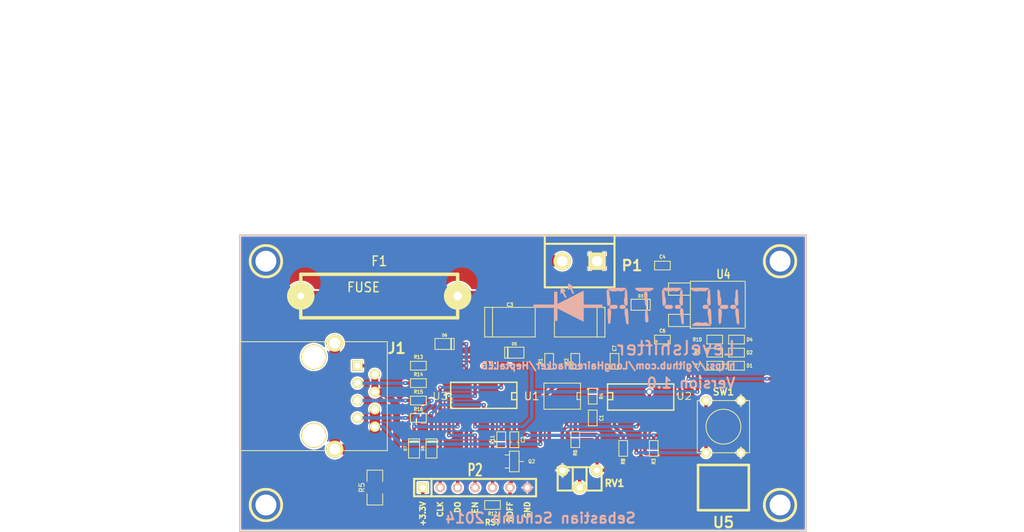
<source format=kicad_pcb>
(kicad_pcb (version 3) (host pcbnew "(2013-may-18)-stable")
  (layers (15 F.Cu signal) (0 B.Cu signal hide) (18 B.Paste user) (19 F.Paste user) (20 B.SilkS user hide) (21 F.SilkS user) (22 B.Mask user) (23 F.Mask user) (28 Edge.Cuts user))
  (net 0 "")
  (net 1 +24V)
  (net 2 +3.3V)
  (net 3 +5V)
  (net 4 3.3_Clock)
  (net 5 3.3_Data_Out)
  (net 6 3.3_Enable)
  (net 7 3.3_Reset)
  (net 8 BusOff)
  (net 9 Clock)
  (net 10 Data_Out)
  (net 11 Enable)
  (net 12 GND)
  (net 13 N-0000010)
  (net 14 N-0000015)
  (net 15 N-0000016)
  (net 16 N-0000017)
  (net 17 N-0000018)
  (net 18 N-0000019)
  (net 19 N-000002)
  (net 20 N-0000022)
  (net 21 N-0000028)
  (net 22 N-0000029)
  (net 23 N-0000030)
  (net 24 N-0000031)
  (net 25 N-0000032)
  (net 26 N-0000033)
  (net 27 N-000004)
  (net 28 N-000007)
  (net 29 PowerOn)
  (net 30 Reset)
  (net 31 Sense)
  (net 32 Shutdown)
  (module trimmer_piher_pt6xh (layer F.Cu) (at 168.275 80.01)
    (fp_text reference RV1 (at 5.08 0.635) (layer F.SilkS) (effects (font (thickness 0.25))))
    (fp_text value POT hide)
    (pad 1 thru_hole circle (at 2.49936 -1.24968) (size 1.75006 1.75006) (drill 0.89916) (layers *.Cu *.Mask F.SilkS) (net 3 +5V))
    (pad 2 thru_hole circle (at 0 1.24968) (size 1.75006 1.75006) (drill 0.89916) (layers *.Cu *.Mask F.SilkS) (net 20 N-0000022))
    (pad 3 thru_hole circle (at -2.49936 -1.24968) (size 1.75006 1.75006) (drill 0.89916) (layers *.Cu *.Mask F.SilkS) (net 12 GND))
  )
  (module SW_PUSH_SMALL (layer F.Cu) (at 189.23 72.39 90)
    (fp_text reference SW1 (at 5.08 0 180) (layer F.SilkS) (effects (font (size 1.016 1.016) (thickness 0.2032))))
    (fp_text value SW_PUSH hide)
    (pad 1 thru_hole circle (at 3.81 -2.54 90) (size 1.397 1.397) (drill 0.8128) (layers *.Cu *.Mask F.SilkS) (net 13 N-0000010))
    (pad 2 thru_hole circle (at 3.81 2.54 90) (size 1.397 1.397) (drill 0.8128) (layers *.Cu *.Mask F.SilkS) (net 12 GND))
    (pad 1 thru_hole circle (at -3.81 -2.54 90) (size 1.397 1.397) (drill 0.8128) (layers *.Cu *.Mask F.SilkS) (net 13 N-0000010))
    (pad 2 thru_hole circle (at -3.81 2.54 90) (size 1.397 1.397) (drill 0.8128) (layers *.Cu *.Mask F.SilkS) (net 12 GND))
  )
  (module sot23 (layer F.Cu) (at 158.75 77.47 270)
    (fp_text reference Q2 (at 0 -2.54 360) (layer F.SilkS) (effects (font (size 0.50038 0.50038) (thickness 0.09906))))
    (fp_text value NDS355 hide)
    (pad 1 smd rect (at -0.9525 1.05664 270) (size 0.59944 1.00076) (layers F.Cu F.Paste F.Mask) (net 18 N-0000019))
    (pad 2 smd rect (at 0 -1.05664 270) (size 0.59944 1.00076) (layers F.Cu F.Paste F.Mask) (net 27 N-000004))
    (pad 3 smd rect (at 0.9525 1.05664 270) (size 0.59944 1.00076) (layers F.Cu F.Paste F.Mask) (net 12 GND))
  )
  (module sod123 (layer F.Cu) (at 177.165 54.61)
    (fp_text reference D3 (at 0 -1.27) (layer F.SilkS) (effects (font (size 0.39878 0.39878) (thickness 0.09906))))
    (fp_text value BAT42W hide)
    (pad 2 smd rect (at 1.67386 0) (size 0.8509 0.8509) (layers F.Cu F.Paste F.Mask) (net 1 +24V))
    (pad 1 smd rect (at -1.67386 0) (size 0.8509 0.8509) (layers F.Cu F.Paste F.Mask) (net 3 +5V))
  )
  (module SO8E (layer F.Cu) (at 165.735 67.945 180)
    (fp_text reference U1 (at 4.445 0 180) (layer F.SilkS) (effects (font (size 1.143 1.143) (thickness 0.1524))))
    (fp_text value LM358 hide)
    (pad 8 smd rect (at -1.905 -2.667 180) (size 0.59944 1.39954) (layers F.Cu F.Paste F.Mask) (net 3 +5V))
    (pad 1 smd rect (at -1.905 2.667 180) (size 0.59944 1.39954) (layers F.Cu F.Paste F.Mask) (net 21 N-0000028))
    (pad 7 smd rect (at -0.635 -2.667 180) (size 0.59944 1.39954) (layers F.Cu F.Paste F.Mask) (net 32 Shutdown))
    (pad 6 smd rect (at 0.635 -2.667 180) (size 0.59944 1.39954) (layers F.Cu F.Paste F.Mask) (net 19 N-000002))
    (pad 5 smd rect (at 1.905 -2.667 180) (size 0.59944 1.39954) (layers F.Cu F.Paste F.Mask) (net 20 N-0000022))
    (pad 2 smd rect (at -0.635 2.667 180) (size 0.59944 1.39954) (layers F.Cu F.Paste F.Mask) (net 26 N-0000033))
    (pad 3 smd rect (at 0.635 2.667 180) (size 0.59944 1.39954) (layers F.Cu F.Paste F.Mask) (net 31 Sense))
    (pad 4 smd rect (at 1.905 2.667 180) (size 0.59944 1.39954) (layers F.Cu F.Paste F.Mask) (net 12 GND))
  )
  (module SM1206 (layer F.Cu) (at 138.43 81.28 270)
    (fp_text reference R5 (at 0 1.905 270) (layer F.SilkS) (effects (font (size 0.762 0.762) (thickness 0.127))))
    (fp_text value 0.05 hide)
    (pad 1 smd rect (at -1.651 0 270) (size 1.524 2.032) (layers F.Cu F.Paste F.Mask) (net 31 Sense))
    (pad 2 smd rect (at 1.651 0 270) (size 1.524 2.032) (layers F.Cu F.Paste F.Mask) (net 12 GND))
  )
  (module SM0603 (layer F.Cu) (at 191.135 63.5)
    (fp_text reference D1 (at 1.905 0) (layer F.SilkS) (effects (font (size 0.508 0.4572) (thickness 0.1143))))
    (fp_text value LED hide)
    (pad 1 smd rect (at -0.762 0) (size 0.635 1.143) (layers F.Cu F.Paste F.Mask) (net 28 N-000007))
    (pad 2 smd rect (at 0.762 0) (size 0.635 1.143) (layers F.Cu F.Paste F.Mask) (net 12 GND))
  )
  (module SM0603 (layer F.Cu) (at 174.625 75.565 270)
    (fp_text reference R8 (at 1.905 0 270) (layer F.SilkS) (effects (font (size 0.508 0.4572) (thickness 0.1143))))
    (fp_text value 1k hide)
    (pad 1 smd rect (at -0.762 0 270) (size 0.635 1.143) (layers F.Cu F.Paste F.Mask) (net 13 N-0000010))
    (pad 2 smd rect (at 0.762 0 270) (size 0.635 1.143) (layers F.Cu F.Paste F.Mask) (net 3 +5V))
  )
  (module SM0603 (layer F.Cu) (at 167.64 74.295 270)
    (fp_text reference R6 (at 1.905 0 270) (layer F.SilkS) (effects (font (size 0.508 0.4572) (thickness 0.1143))))
    (fp_text value 1k hide)
    (pad 1 smd rect (at -0.762 0 270) (size 0.635 1.143) (layers F.Cu F.Paste F.Mask) (net 3 +5V))
    (pad 2 smd rect (at 0.762 0 270) (size 0.635 1.143) (layers F.Cu F.Paste F.Mask) (net 32 Shutdown))
  )
  (module SM0603 (layer F.Cu) (at 179.07 75.565 270)
    (fp_text reference R3 (at 1.905 0 270) (layer F.SilkS) (effects (font (size 0.508 0.4572) (thickness 0.1143))))
    (fp_text value 1k hide)
    (pad 1 smd rect (at -0.762 0 270) (size 0.635 1.143) (layers F.Cu F.Paste F.Mask) (net 3 +5V))
    (pad 2 smd rect (at 0.762 0 270) (size 0.635 1.143) (layers F.Cu F.Paste F.Mask) (net 29 PowerOn))
  )
  (module SM0603 (layer F.Cu) (at 187.96 63.5)
    (fp_text reference R7 (at -2.54 0) (layer F.SilkS) (effects (font (size 0.508 0.4572) (thickness 0.1143))))
    (fp_text value 1k hide)
    (pad 1 smd rect (at -0.762 0) (size 0.635 1.143) (layers F.Cu F.Paste F.Mask) (net 8 BusOff))
    (pad 2 smd rect (at 0.762 0) (size 0.635 1.143) (layers F.Cu F.Paste F.Mask) (net 28 N-000007))
  )
  (module SM0603 (layer F.Cu) (at 167.64 62.865 270)
    (fp_text reference R2 (at 0 1.27 270) (layer F.SilkS) (effects (font (size 0.508 0.4572) (thickness 0.1143))))
    (fp_text value 90k hide)
    (pad 1 smd rect (at -0.762 0 270) (size 0.635 1.143) (layers F.Cu F.Paste F.Mask) (net 26 N-0000033))
    (pad 2 smd rect (at 0.762 0 270) (size 0.635 1.143) (layers F.Cu F.Paste F.Mask) (net 21 N-0000028))
  )
  (module SM0603 (layer F.Cu) (at 158.75 74.295 270)
    (fp_text reference C2 (at 0 -1.27 270) (layer F.SilkS) (effects (font (size 0.508 0.4572) (thickness 0.1143))))
    (fp_text value 100nF hide)
    (pad 1 smd rect (at -0.762 0 270) (size 0.635 1.143) (layers F.Cu F.Paste F.Mask) (net 3 +5V))
    (pad 2 smd rect (at 0.762 0 270) (size 0.635 1.143) (layers F.Cu F.Paste F.Mask) (net 12 GND))
  )
  (module SM0603 (layer F.Cu) (at 170.18 67.945 270)
    (fp_text reference R4 (at 0 -1.27 270) (layer F.SilkS) (effects (font (size 0.508 0.4572) (thickness 0.1143))))
    (fp_text value 100k hide)
    (pad 1 smd rect (at -0.762 0 270) (size 0.635 1.143) (layers F.Cu F.Paste F.Mask) (net 21 N-0000028))
    (pad 2 smd rect (at 0.762 0 270) (size 0.635 1.143) (layers F.Cu F.Paste F.Mask) (net 19 N-000002))
  )
  (module SM0603 (layer F.Cu) (at 170.18 71.12 270)
    (fp_text reference C1 (at 0 -1.27 270) (layer F.SilkS) (effects (font (size 0.508 0.4572) (thickness 0.1143))))
    (fp_text value 100nF hide)
    (pad 1 smd rect (at -0.762 0 270) (size 0.635 1.143) (layers F.Cu F.Paste F.Mask) (net 19 N-000002))
    (pad 2 smd rect (at 0.762 0 270) (size 0.635 1.143) (layers F.Cu F.Paste F.Mask) (net 12 GND))
  )
  (module SM0603 (layer F.Cu) (at 173.355 62.865 90)
    (fp_text reference C7 (at 1.905 0 90) (layer F.SilkS) (effects (font (size 0.508 0.4572) (thickness 0.1143))))
    (fp_text value 100nF hide)
    (pad 1 smd rect (at -0.762 0 90) (size 0.635 1.143) (layers F.Cu F.Paste F.Mask) (net 3 +5V))
    (pad 2 smd rect (at 0.762 0 90) (size 0.635 1.143) (layers F.Cu F.Paste F.Mask) (net 12 GND))
  )
  (module SM0603 (layer F.Cu) (at 155.575 83.82)
    (fp_text reference R12 (at 0 1.27) (layer F.SilkS) (effects (font (size 0.508 0.4572) (thickness 0.1143))))
    (fp_text value 1k hide)
    (pad 1 smd rect (at -0.762 0) (size 0.635 1.143) (layers F.Cu F.Paste F.Mask) (net 2 +3.3V))
    (pad 2 smd rect (at 0.762 0) (size 0.635 1.143) (layers F.Cu F.Paste F.Mask) (net 27 N-000004))
  )
  (module SM0603 (layer F.Cu) (at 156.845 74.295 270)
    (fp_text reference R11 (at 0 1.27 270) (layer F.SilkS) (effects (font (size 0.508 0.4572) (thickness 0.1143))))
    (fp_text value 1k hide)
    (pad 1 smd rect (at -0.762 0 270) (size 0.635 1.143) (layers F.Cu F.Paste F.Mask) (net 8 BusOff))
    (pad 2 smd rect (at 0.762 0 270) (size 0.635 1.143) (layers F.Cu F.Paste F.Mask) (net 18 N-0000019))
  )
  (module SM0603 (layer F.Cu) (at 180.34 48.895 180)
    (fp_text reference C4 (at 0 1.27 180) (layer F.SilkS) (effects (font (size 0.508 0.4572) (thickness 0.1143))))
    (fp_text value 100nF hide)
    (pad 1 smd rect (at -0.762 0 180) (size 0.635 1.143) (layers F.Cu F.Paste F.Mask) (net 1 +24V))
    (pad 2 smd rect (at 0.762 0 180) (size 0.635 1.143) (layers F.Cu F.Paste F.Mask) (net 12 GND))
  )
  (module SM0603 (layer F.Cu) (at 163.83 62.865 270)
    (fp_text reference R1 (at 0 1.27 270) (layer F.SilkS) (effects (font (size 0.508 0.4572) (thickness 0.1143))))
    (fp_text value 10k hide)
    (pad 1 smd rect (at -0.762 0 270) (size 0.635 1.143) (layers F.Cu F.Paste F.Mask) (net 26 N-0000033))
    (pad 2 smd rect (at 0.762 0 270) (size 0.635 1.143) (layers F.Cu F.Paste F.Mask) (net 12 GND))
  )
  (module SM0603 (layer F.Cu) (at 191.135 61.595)
    (fp_text reference D2 (at 1.905 0) (layer F.SilkS) (effects (font (size 0.508 0.4572) (thickness 0.1143))))
    (fp_text value LED hide)
    (pad 1 smd rect (at -0.762 0) (size 0.635 1.143) (layers F.Cu F.Paste F.Mask) (net 25 N-0000032))
    (pad 2 smd rect (at 0.762 0) (size 0.635 1.143) (layers F.Cu F.Paste F.Mask) (net 12 GND))
  )
  (module SM0603 (layer F.Cu) (at 187.96 61.595)
    (fp_text reference R9 (at -2.54 0) (layer F.SilkS) (effects (font (size 0.508 0.4572) (thickness 0.1143))))
    (fp_text value 1k hide)
    (pad 1 smd rect (at -0.762 0) (size 0.635 1.143) (layers F.Cu F.Paste F.Mask) (net 1 +24V))
    (pad 2 smd rect (at 0.762 0) (size 0.635 1.143) (layers F.Cu F.Paste F.Mask) (net 25 N-0000032))
  )
  (module SM0603 (layer F.Cu) (at 191.135 59.69)
    (fp_text reference D4 (at 1.905 0) (layer F.SilkS) (effects (font (size 0.508 0.4572) (thickness 0.1143))))
    (fp_text value LED hide)
    (pad 1 smd rect (at -0.762 0) (size 0.635 1.143) (layers F.Cu F.Paste F.Mask) (net 23 N-0000030))
    (pad 2 smd rect (at 0.762 0) (size 0.635 1.143) (layers F.Cu F.Paste F.Mask) (net 12 GND))
  )
  (module SM0603 (layer F.Cu) (at 187.96 59.69)
    (fp_text reference R10 (at -2.54 0) (layer F.SilkS) (effects (font (size 0.508 0.4572) (thickness 0.1143))))
    (fp_text value 1k hide)
    (pad 1 smd rect (at -0.762 0) (size 0.635 1.143) (layers F.Cu F.Paste F.Mask) (net 3 +5V))
    (pad 2 smd rect (at 0.762 0) (size 0.635 1.143) (layers F.Cu F.Paste F.Mask) (net 23 N-0000030))
  )
  (module SM0603 (layer F.Cu) (at 180.34 59.69 180)
    (fp_text reference C6 (at 0 1.27 180) (layer F.SilkS) (effects (font (size 0.508 0.4572) (thickness 0.1143))))
    (fp_text value 100nF hide)
    (pad 1 smd rect (at -0.762 0 180) (size 0.635 1.143) (layers F.Cu F.Paste F.Mask) (net 3 +5V))
    (pad 2 smd rect (at 0.762 0 180) (size 0.635 1.143) (layers F.Cu F.Paste F.Mask) (net 12 GND))
  )
  (module RJ45_MEBP_8-8G (layer F.Cu) (at 129.54 67.945 270)
    (fp_text reference J1 (at -6.985 -12.065 360) (layer F.SilkS) (effects (font (size 1.524 1.524) (thickness 0.3048))))
    (fp_text value RJ45 hide)
    (pad "" thru_hole circle (at 5.715 0 270) (size 3.64998 3.64998) (drill 3.2512) (layers *.Cu *.Mask F.SilkS))
    (pad "" thru_hole circle (at -5.715 0 270) (size 3.64998 3.64998) (drill 3.2512) (layers *.Cu *.Mask F.SilkS))
    (pad 1 thru_hole rect (at -4.445 -6.35 270) (size 1.50114 1.50114) (drill 0.89916) (layers *.Cu *.Mask F.SilkS) (net 9 Clock))
    (pad 2 thru_hole circle (at -3.175 -8.89 270) (size 1.50114 1.50114) (drill 0.89916) (layers *.Cu *.Mask F.SilkS) (net 24 N-0000031))
    (pad 3 thru_hole circle (at -1.905 -6.35 270) (size 1.50114 1.50114) (drill 0.89916) (layers *.Cu *.Mask F.SilkS) (net 11 Enable))
    (pad 4 thru_hole circle (at -0.635 -8.89 270) (size 1.50114 1.50114) (drill 0.89916) (layers *.Cu *.Mask F.SilkS) (net 24 N-0000031))
    (pad 5 thru_hole circle (at 0.635 -6.35 270) (size 1.50114 1.50114) (drill 0.89916) (layers *.Cu *.Mask F.SilkS) (net 10 Data_Out))
    (pad 6 thru_hole circle (at 1.905 -8.89 270) (size 1.50114 1.50114) (drill 0.89916) (layers *.Cu *.Mask F.SilkS) (net 31 Sense))
    (pad 7 thru_hole circle (at 3.175 -6.35 270) (size 1.50114 1.50114) (drill 0.89916) (layers *.Cu *.Mask F.SilkS) (net 30 Reset))
    (pad 8 thru_hole circle (at 4.445 -8.89 270) (size 1.50114 1.50114) (drill 0.89916) (layers *.Cu *.Mask F.SilkS) (net 31 Sense))
    (pad 9 thru_hole circle (at -7.745 -3.05 270) (size 2.5 2.5) (drill 1.6) (layers *.Cu *.Mask F.SilkS) (net 31 Sense))
    (pad 10 thru_hole circle (at 7.747 -3.05 270) (size 2.5 2.5) (drill 1.6) (layers *.Cu *.Mask F.SilkS))
  )
  (module DPAK2 (layer F.Cu) (at 182.88 54.61 270)
    (fp_text reference U4 (at -4.445 -6.35 360) (layer F.SilkS) (effects (font (size 1.27 1.016) (thickness 0.2032))))
    (fp_text value TS2937 hide)
    (pad 1 smd rect (at -2.286 0 270) (size 1.651 3.048) (layers F.Cu F.Paste F.Mask) (net 1 +24V))
    (pad 2 smd rect (at 0 -6.35 270) (size 6.096 6.096) (layers F.Cu F.Paste F.Mask) (net 12 GND))
    (pad 3 smd rect (at 2.286 0 270) (size 1.651 3.048) (layers F.Cu F.Paste F.Mask) (net 3 +5V))
  )
  (module c_tant_D (layer F.Cu) (at 168.275 57.15)
    (fp_text reference C5 (at 0 -2.54) (layer F.SilkS) (effects (font (size 0.50038 0.50038) (thickness 0.11938))))
    (fp_text value 10uF hide)
    (pad 1 smd rect (at 2.99974 0) (size 2.55016 2.70002) (layers F.Cu F.Paste F.Mask) (net 3 +5V))
    (pad 2 smd rect (at -2.99974 0) (size 2.55016 3.79984) (layers F.Cu F.Paste F.Mask) (net 12 GND))
  )
  (module c_tant_D (layer F.Cu) (at 158.115 57.15 180)
    (fp_text reference C3 (at 0 2.54 180) (layer F.SilkS) (effects (font (size 0.50038 0.50038) (thickness 0.11938))))
    (fp_text value 10uF hide)
    (pad 1 smd rect (at 2.99974 0 180) (size 2.55016 2.70002) (layers F.Cu F.Paste F.Mask) (net 1 +24V))
    (pad 2 smd rect (at -2.99974 0 180) (size 2.55016 3.79984) (layers F.Cu F.Paste F.Mask) (net 12 GND))
  )
  (module bornier2 (layer F.Cu) (at 168.275 48.26 180)
    (fp_text reference P1 (at -7.62 -0.635 180) (layer F.SilkS) (effects (font (size 1.524 1.524) (thickness 0.3048))))
    (fp_text value CONN_2 hide)
    (pad 1 thru_hole rect (at -2.54 0 180) (size 2.54 2.54) (drill 1.524) (layers *.Cu *.Mask F.SilkS) (net 12 GND))
    (pad 2 thru_hole circle (at 2.54 0 180) (size 2.54 2.54) (drill 1.524) (layers *.Cu *.Mask F.SilkS) (net 22 N-0000029))
  )
  (module SO14E (layer F.Cu) (at 154.305 67.945 180)
    (fp_text reference U3 (at 6.35 0 180) (layer F.SilkS) (effects (font (size 1.016 1.143) (thickness 0.127))))
    (fp_text value 74HCT125 hide)
    (pad 1 smd rect (at -3.81 2.794 180) (size 0.508 1.143) (layers F.Cu F.Paste F.Mask) (net 8 BusOff))
    (pad 2 smd rect (at -2.54 2.794 180) (size 0.508 1.143) (layers F.Cu F.Paste F.Mask) (net 4 3.3_Clock))
    (pad 3 smd rect (at -1.27 2.794 180) (size 0.508 1.143) (layers F.Cu F.Paste F.Mask) (net 17 N-0000018))
    (pad 4 smd rect (at 0 2.794 180) (size 0.508 1.143) (layers F.Cu F.Paste F.Mask) (net 8 BusOff))
    (pad 5 smd rect (at 1.27 2.794 180) (size 0.508 1.143) (layers F.Cu F.Paste F.Mask) (net 6 3.3_Enable))
    (pad 6 smd rect (at 2.54 2.794 180) (size 0.508 1.143) (layers F.Cu F.Paste F.Mask) (net 16 N-0000017))
    (pad 7 smd rect (at 3.81 2.794 180) (size 0.508 1.143) (layers F.Cu F.Paste F.Mask) (net 12 GND))
    (pad 8 smd rect (at 3.81 -2.54 180) (size 0.508 1.143) (layers F.Cu F.Paste F.Mask) (net 15 N-0000016))
    (pad 9 smd rect (at 2.54 -2.54 180) (size 0.508 1.143) (layers F.Cu F.Paste F.Mask) (net 5 3.3_Data_Out))
    (pad 10 smd rect (at 1.27 -2.54 180) (size 0.508 1.143) (layers F.Cu F.Paste F.Mask) (net 8 BusOff))
    (pad 11 smd rect (at 0 -2.54 180) (size 0.508 1.143) (layers F.Cu F.Paste F.Mask) (net 14 N-0000015))
    (pad 12 smd rect (at -1.27 -2.54 180) (size 0.508 1.143) (layers F.Cu F.Paste F.Mask) (net 7 3.3_Reset))
    (pad 13 smd rect (at -2.54 -2.54 180) (size 0.508 1.143) (layers F.Cu F.Paste F.Mask) (net 8 BusOff))
    (pad 14 smd rect (at -3.81 -2.54 180) (size 0.508 1.143) (layers F.Cu F.Paste F.Mask) (net 3 +5V))
  )
  (module SIL-7 (layer F.Cu) (at 153.035 81.28)
    (fp_text reference P2 (at 0 -2.54) (layer F.SilkS) (effects (font (size 1.72974 1.08712) (thickness 0.3048))))
    (fp_text value CONN_7 hide)
    (pad 1 thru_hole rect (at -7.62 0) (size 1.397 1.397) (drill 0.8128) (layers *.Cu *.Mask F.SilkS) (net 2 +3.3V))
    (pad 2 thru_hole circle (at -5.08 0) (size 1.397 1.397) (drill 0.8128) (layers *.Cu *.SilkS *.Mask) (net 4 3.3_Clock))
    (pad 3 thru_hole circle (at -2.54 0) (size 1.397 1.397) (drill 0.8128) (layers *.Cu *.SilkS *.Mask) (net 5 3.3_Data_Out))
    (pad 4 thru_hole circle (at 0 0) (size 1.397 1.397) (drill 0.8128) (layers *.Cu *.SilkS *.Mask) (net 6 3.3_Enable))
    (pad 5 thru_hole circle (at 2.54 0) (size 1.397 1.397) (drill 0.8128) (layers *.Cu *.SilkS *.Mask) (net 7 3.3_Reset))
    (pad 6 thru_hole circle (at 5.08 0) (size 1.397 1.397) (drill 0.8128) (layers *.Cu *.SilkS *.Mask) (net 27 N-000004))
    (pad 7 thru_hole circle (at 7.62 0) (size 1.397 1.397) (drill 0.8128) (layers *.Cu *.SilkS *.Mask) (net 12 GND))
  )
  (module 1pin (layer F.Cu) (at 122.555 48.26)
    (fp_text reference 1PIN hide)
    (fp_text value P*** hide)
    (pad 1 thru_hole circle (at 0 0) (size 4.5 4.5) (drill 3.048) (layers *.Cu *.Mask))
  )
  (module 1pin (layer F.Cu) (at 197.485 48.26)
    (fp_text reference 1PIN hide)
    (fp_text value P*** hide)
    (pad 1 thru_hole circle (at 0 0) (size 4.5 4.5) (drill 3.048) (layers *.Cu *.Mask))
  )
  (module 1pin (layer F.Cu) (at 197.485 83.82)
    (fp_text reference 1PIN hide)
    (fp_text value P*** hide)
    (pad 1 thru_hole circle (at 0 0) (size 4.5 4.5) (drill 3.048) (layers *.Cu *.Mask))
  )
  (module 1pin (layer F.Cu) (at 122.555 83.82)
    (fp_text reference 1PIN hide)
    (fp_text value P*** hide)
    (pad 1 thru_hole circle (at 0 0) (size 4.5 4.5) (drill 3.048) (layers *.Cu *.Mask))
  )
  (module logo_silkbot_30_00mm (layer B.Cu) (at 176.53 54.61)
    (fp_text reference G*** hide)
    (fp_text value logo_silkbot_30_00mm hide)
  )
  (module sod123 (layer F.Cu) (at 158.75 61.595 180)
    (fp_text reference D5 (at 0 1.27 180) (layer F.SilkS) (effects (font (size 0.39878 0.39878) (thickness 0.09906))))
    (fp_text value ZENER_5.6V hide)
    (pad 2 smd rect (at 1.67386 0 180) (size 0.8509 0.8509) (layers F.Cu F.Paste F.Mask) (net 17 N-0000018))
    (pad 1 smd rect (at -1.67386 0 180) (size 0.8509 0.8509) (layers F.Cu F.Paste F.Mask) (net 12 GND))
  )
  (module sod123 (layer F.Cu) (at 148.59 60.325)
    (fp_text reference D6 (at 0 -1.27) (layer F.SilkS) (effects (font (size 0.39878 0.39878) (thickness 0.09906))))
    (fp_text value ZENER_5.6V hide)
    (pad 2 smd rect (at 1.67386 0) (size 0.8509 0.8509) (layers F.Cu F.Paste F.Mask) (net 16 N-0000017))
    (pad 1 smd rect (at -1.67386 0) (size 0.8509 0.8509) (layers F.Cu F.Paste F.Mask) (net 12 GND))
  )
  (module sod123 (layer F.Cu) (at 144.145 75.565 90)
    (fp_text reference D7 (at 0 -1.27 90) (layer F.SilkS) (effects (font (size 0.39878 0.39878) (thickness 0.09906))))
    (fp_text value ZENER_5.6V hide)
    (pad 2 smd rect (at 1.67386 0 90) (size 0.8509 0.8509) (layers F.Cu F.Paste F.Mask) (net 15 N-0000016))
    (pad 1 smd rect (at -1.67386 0 90) (size 0.8509 0.8509) (layers F.Cu F.Paste F.Mask) (net 12 GND))
  )
  (module sod123 (layer F.Cu) (at 146.685 75.565 90)
    (fp_text reference D8 (at 0 -1.27 90) (layer F.SilkS) (effects (font (size 0.39878 0.39878) (thickness 0.09906))))
    (fp_text value ZENER_5.6V hide)
    (pad 2 smd rect (at 1.67386 0 90) (size 0.8509 0.8509) (layers F.Cu F.Paste F.Mask) (net 14 N-0000015))
    (pad 1 smd rect (at -1.67386 0 90) (size 0.8509 0.8509) (layers F.Cu F.Paste F.Mask) (net 12 GND))
  )
  (module SM0603 (layer F.Cu) (at 144.78 63.5 180)
    (fp_text reference R13 (at 0 1.27 180) (layer F.SilkS) (effects (font (size 0.508 0.4572) (thickness 0.1143))))
    (fp_text value 1k hide)
    (pad 1 smd rect (at -0.762 0 180) (size 0.635 1.143) (layers F.Cu F.Paste F.Mask) (net 17 N-0000018))
    (pad 2 smd rect (at 0.762 0 180) (size 0.635 1.143) (layers F.Cu F.Paste F.Mask) (net 9 Clock))
  )
  (module SM0603 (layer F.Cu) (at 144.78 66.04 180)
    (fp_text reference R14 (at 0 1.27 180) (layer F.SilkS) (effects (font (size 0.508 0.4572) (thickness 0.1143))))
    (fp_text value 1k hide)
    (pad 1 smd rect (at -0.762 0 180) (size 0.635 1.143) (layers F.Cu F.Paste F.Mask) (net 16 N-0000017))
    (pad 2 smd rect (at 0.762 0 180) (size 0.635 1.143) (layers F.Cu F.Paste F.Mask) (net 11 Enable))
  )
  (module SM0603 (layer F.Cu) (at 144.78 68.58 180)
    (fp_text reference R15 (at 0 1.27 180) (layer F.SilkS) (effects (font (size 0.508 0.4572) (thickness 0.1143))))
    (fp_text value 1k hide)
    (pad 1 smd rect (at -0.762 0 180) (size 0.635 1.143) (layers F.Cu F.Paste F.Mask) (net 15 N-0000016))
    (pad 2 smd rect (at 0.762 0 180) (size 0.635 1.143) (layers F.Cu F.Paste F.Mask) (net 10 Data_Out))
  )
  (module SM0603 (layer F.Cu) (at 144.78 71.12 180)
    (fp_text reference R16 (at 0 1.27 180) (layer F.SilkS) (effects (font (size 0.508 0.4572) (thickness 0.1143))))
    (fp_text value 1k hide)
    (pad 1 smd rect (at -0.762 0 180) (size 0.635 1.143) (layers F.Cu F.Paste F.Mask) (net 14 N-0000015))
    (pad 2 smd rect (at 0.762 0 180) (size 0.635 1.143) (layers F.Cu F.Paste F.Mask) (net 30 Reset))
  )
  (module SO14E (layer F.Cu) (at 177.165 67.945)
    (fp_text reference U2 (at 6.35 0) (layer F.SilkS) (effects (font (size 1.016 1.143) (thickness 0.127))))
    (fp_text value 74HC74 hide)
    (pad 1 smd rect (at -3.81 2.794) (size 0.508 1.143) (layers F.Cu F.Paste F.Mask) (net 13 N-0000010))
    (pad 2 smd rect (at -2.54 2.794) (size 0.508 1.143) (layers F.Cu F.Paste F.Mask) (net 12 GND))
    (pad 3 smd rect (at -1.27 2.794) (size 0.508 1.143) (layers F.Cu F.Paste F.Mask) (net 12 GND))
    (pad 4 smd rect (at 0 2.794) (size 0.508 1.143) (layers F.Cu F.Paste F.Mask) (net 32 Shutdown))
    (pad 5 smd rect (at 1.27 2.794) (size 0.508 1.143) (layers F.Cu F.Paste F.Mask) (net 8 BusOff))
    (pad 6 smd rect (at 2.54 2.794) (size 0.508 1.143) (layers F.Cu F.Paste F.Mask) (net 29 PowerOn))
    (pad 7 smd rect (at 3.81 2.794) (size 0.508 1.143) (layers F.Cu F.Paste F.Mask) (net 12 GND))
    (pad 8 smd rect (at 3.81 -2.54) (size 0.508 1.143) (layers F.Cu F.Paste F.Mask))
    (pad 9 smd rect (at 2.54 -2.54) (size 0.508 1.143) (layers F.Cu F.Paste F.Mask))
    (pad 10 smd rect (at 1.27 -2.54) (size 0.508 1.143) (layers F.Cu F.Paste F.Mask))
    (pad 11 smd rect (at 0 -2.54) (size 0.508 1.143) (layers F.Cu F.Paste F.Mask))
    (pad 12 smd rect (at -1.27 -2.54) (size 0.508 1.143) (layers F.Cu F.Paste F.Mask))
    (pad 13 smd rect (at -2.54 -2.54) (size 0.508 1.143) (layers F.Cu F.Paste F.Mask))
    (pad 14 smd rect (at -3.81 -2.54) (size 0.508 1.143) (layers F.Cu F.Paste F.Mask) (net 3 +5V))
  )
  (module TO252-5L (layer F.Cu) (at 189.23 81.28 270)
    (fp_text reference U5 (at 5.08 0 360) (layer F.SilkS) (effects (font (size 1.524 1.524) (thickness 0.3048))))
    (fp_text value BTS462 hide)
    (pad 3 smd rect (at 0 0 270) (size 6.25094 6.79958) (layers F.Cu F.Paste F.Mask) (net 1 +24V) (clearance 0.14986))
    (pad 1 smd rect (at -2.54 6.59892 270) (size 0.81026 2.99974) (layers F.Cu F.Paste F.Mask) (net 12 GND))
    (pad 2 smd rect (at -1.27 6.59892 270) (size 0.81026 2.99974) (layers F.Cu F.Paste F.Mask) (net 29 PowerOn))
    (pad 4 smd rect (at 1.27 6.59892 270) (size 0.81026 2.99974) (layers F.Cu F.Paste F.Mask))
    (pad 5 smd rect (at 2.54 6.59892 270) (size 0.81026 2.99974) (layers F.Cu F.Paste F.Mask) (net 24 N-0000031))
  )
  (module fuse22.5 (layer F.Cu) (at 139.065 53.34)
    (fp_text reference F1 (at 0 -5.08) (layer F.SilkS) (effects (font (size 1.397 1.27) (thickness 0.2032))))
    (fp_text value FUSE (at -2.286 -1.27) (layer F.SilkS) (effects (font (size 1.397 1.27) (thickness 0.2032))))
    (pad 1 thru_hole circle (at -11.43 0) (size 4.0005 4.0005) (drill 1.00076) (layers *.Cu *.Mask F.SilkS) (net 22 N-0000029))
    (pad 2 thru_hole circle (at 11.43 0) (size 4.0005 4.0005) (drill 1.27) (layers *.Cu *.Mask F.SilkS) (net 1 +24V))
  )
  (gr_text https://github.com/LongHairedHacker/HeptaLED (at 191.135 63.5) (layer B.SilkS) (effects (font (size 1 1) (thickness 0.25)) (justify left mirror)))
  (gr_text "Sebastian Schumb 2014" (at 162.56 85.725) (layer B.SilkS) (effects (font (size 1.5 1.5) (thickness 0.3)) (justify mirror)))
  (gr_text "Version 1.0" (at 191.135 66.04) (layer B.SilkS) (effects (font (size 1.5 1.5) (thickness 0.3)) (justify left mirror)))
  (gr_text Levelshifter (at 191.135 60.96) (layer B.SilkS) (effects (font (size 2 2) (thickness 0.3)) (justify left mirror)))
  (gr_line (start 118.745 87.63) (end 118.745 44.45) (angle 90) (layer B.SilkS) (width 0.2))
  (gr_line (start 201.295 87.63) (end 118.745 87.63) (angle 90) (layer B.SilkS) (width 0.2))
  (gr_line (start 201.295 44.45) (end 201.295 87.63) (angle 90) (layer B.SilkS) (width 0.2))
  (gr_line (start 118.745 44.45) (end 201.295 44.45) (angle 90) (layer B.SilkS) (width 0.2))
  (gr_line (start 118.745 44.45) (end 118.745 87.63) (angle 90) (layer F.SilkS) (width 0.2))
  (gr_line (start 201.295 44.45) (end 118.745 44.45) (angle 90) (layer F.SilkS) (width 0.2))
  (gr_line (start 201.295 87.63) (end 201.295 44.45) (angle 90) (layer F.SilkS) (width 0.2))
  (gr_line (start 118.745 87.63) (end 201.295 87.63) (angle 90) (layer F.SilkS) (width 0.2))
  (gr_text GND (at 160.655 83.185 90) (layer F.SilkS) (effects (font (size 0.8 0.8) (thickness 0.2)) (justify right)))
  (gr_text BOFF (at 158.115 83.185 90) (layer F.SilkS) (effects (font (size 0.8 0.8) (thickness 0.2)) (justify right)))
  (gr_text RST (at 155.575 86.36) (layer F.SilkS) (effects (font (size 0.8 0.8) (thickness 0.2))))
  (gr_text EN (at 153.035 83.185 90) (layer F.SilkS) (effects (font (size 0.8 0.9) (thickness 0.2)) (justify right)))
  (gr_text DO (at 150.495 83.185 90) (layer F.SilkS) (effects (font (size 0.8 0.8) (thickness 0.2)) (justify right)))
  (gr_text CLK (at 147.955 83.185 90) (layer F.SilkS) (effects (font (size 0.8 0.8) (thickness 0.2)) (justify right)))
  (gr_text +3.3V (at 145.415 83.185 90) (layer F.SilkS) (effects (font (size 0.8 0.8) (thickness 0.2)) (justify right)))
  (gr_line (start 118.745 87.63) (end 201.295 87.63) (angle 90) (layer Edge.Cuts) (width 0.1))
  (gr_line (start 118.745 44.45) (end 201.295 44.45) (angle 90) (layer Edge.Cuts) (width 0.1))
  (gr_line (start 201.295 44.45) (end 201.295 87.63) (angle 90) (layer Edge.Cuts) (width 0.1))
  (gr_line (start 201.295 87.63) (end 201.295 74.93) (angle 90) (layer Edge.Cuts) (width 0.1))
  (gr_line (start 118.745 44.45) (end 118.745 87.63) (angle 90) (layer Edge.Cuts) (width 0.1))
  (target plus (at 233.045 10.16) (size 0.005) (width 0.1) (layer Edge.Cuts))
  (target plus (at 233.045 10.16) (size 0.005) (width 0.1) (layer Edge.Cuts))
  (segment (start 155.11526 57.15) (end 155.11526 53.34) (width 1.5) (layer F.Cu) (net 1))
  (segment (start 172.72 53.34) (end 155.575 53.34) (width 1.5) (layer F.Cu) (net 1))
  (segment (start 155.575 53.34) (end 151.13 53.34) (width 1.5) (layer F.Cu) (net 1))
  (segment (start 174.625 51.435) (end 172.72 53.34) (width 1.5) (layer F.Cu) (net 1))
  (segment (start 178.83886 52.324) (end 177.8 51.435) (width 1.5) (layer F.Cu) (net 1))
  (segment (start 177.8 51.435) (end 174.625 51.435) (width 1.5) (layer F.Cu) (net 1))
  (segment (start 151.13 53.34) (end 150.495 53.34) (width 1.5) (layer F.Cu) (net 1))
  (segment (start 181.102 48.895) (end 182.88 48.895) (width 0.5) (layer F.Cu) (net 1))
  (via (at 184.15 65.405) (size 0.6) (drill 0.2) (layers F.Cu B.Cu) (net 1))
  (segment (start 195.58 65.405) (end 184.15 65.405) (width 0.5) (layer B.Cu) (net 1))
  (segment (start 195.58 65.405) (end 195.58 65.405) (width 0.5) (layer F.Cu) (net 1))
  (segment (start 197.485 65.405) (end 195.58 65.405) (width 0.5) (layer F.Cu) (net 1))
  (via (at 195.58 65.405) (size 0.6) (drill 0.2) (layers F.Cu B.Cu) (net 1))
  (segment (start 185.42 61.595) (end 187.198 61.595) (width 0.5) (layer F.Cu) (net 1))
  (segment (start 184.15 62.865) (end 185.42 61.595) (width 0.5) (layer F.Cu) (net 1))
  (segment (start 184.15 62.865) (end 184.15 62.865) (width 0.5) (layer F.Cu) (net 1))
  (segment (start 184.15 65.405) (end 184.15 62.865) (width 0.5) (layer F.Cu) (net 1))
  (segment (start 197.485 53.975) (end 192.405 48.895) (width 1.5) (layer F.Cu) (net 1))
  (segment (start 193.675 81.28) (end 197.485 77.47) (width 1.5) (layer F.Cu) (net 1))
  (segment (start 189.23 81.28) (end 193.675 81.28) (width 1.5) (layer F.Cu) (net 1))
  (segment (start 197.485 53.975) (end 197.485 65.405) (width 1.5) (layer F.Cu) (net 1))
  (segment (start 197.485 65.405) (end 197.485 77.47) (width 1.5) (layer F.Cu) (net 1))
  (segment (start 182.88 50.165) (end 182.88 49.53) (width 1.5) (layer F.Cu) (net 1))
  (segment (start 182.88 49.53) (end 182.88 48.895) (width 1.5) (layer F.Cu) (net 1))
  (segment (start 182.88 50.165) (end 182.88 52.324) (width 1.5) (layer F.Cu) (net 1))
  (segment (start 192.405 48.895) (end 182.88 48.895) (width 1.5) (layer F.Cu) (net 1))
  (segment (start 178.83886 54.61) (end 178.83886 52.324) (width 0.5) (layer F.Cu) (net 1))
  (segment (start 179.07 52.705) (end 179.07 52.324) (width 0.5) (layer F.Cu) (net 1))
  (segment (start 179.07 52.55514) (end 179.07 52.705) (width 0.5) (layer F.Cu) (net 1))
  (segment (start 178.83886 52.324) (end 179.07 52.55514) (width 0.5) (layer F.Cu) (net 1))
  (segment (start 179.07 52.324) (end 182.88 52.324) (width 1.5) (layer F.Cu) (net 1))
  (segment (start 145.415 81.28) (end 145.415 83.185) (width 0.5) (layer F.Cu) (net 2))
  (segment (start 146.05 83.82) (end 145.415 83.185) (width 0.5) (layer F.Cu) (net 2))
  (segment (start 146.05 83.82) (end 154.813 83.82) (width 0.5) (layer F.Cu) (net 2))
  (segment (start 173.355 65.405) (end 173.355 63.627) (width 0.5) (layer F.Cu) (net 3))
  (segment (start 173.355 63.627) (end 182.88 63.627) (width 0.5) (layer F.Cu) (net 3))
  (segment (start 182.88 63.627) (end 182.88 63.5) (width 0.5) (layer F.Cu) (net 3))
  (via (at 179.07 73.66) (size 0.6) (drill 0.2) (layers F.Cu B.Cu) (net 3))
  (segment (start 176.53 73.66) (end 179.07 73.66) (width 0.5) (layer B.Cu) (net 3))
  (segment (start 170.815 73.66) (end 160.655 73.66) (width 0.5) (layer B.Cu) (net 3))
  (segment (start 160.655 73.66) (end 160.528 73.533) (width 0.5) (layer F.Cu) (net 3))
  (segment (start 160.528 73.533) (end 158.75 73.533) (width 0.5) (layer F.Cu) (net 3))
  (via (at 160.655 73.66) (size 0.6) (drill 0.2) (layers F.Cu B.Cu) (net 3))
  (segment (start 174.625 76.327) (end 174.625 77.47) (width 0.5) (layer F.Cu) (net 3))
  (segment (start 170.79468 78.74) (end 173.355 78.74) (width 0.5) (layer F.Cu) (net 3))
  (segment (start 173.355 78.74) (end 174.625 77.47) (width 0.5) (layer F.Cu) (net 3))
  (segment (start 170.79468 78.74) (end 170.77436 78.76032) (width 0.5) (layer F.Cu) (net 3))
  (via (at 170.815 73.66) (size 0.6) (drill 0.2) (layers F.Cu B.Cu) (net 3))
  (segment (start 170.815 73.66) (end 176.53 73.66) (width 0.5) (layer B.Cu) (net 3))
  (segment (start 170.815 73.66) (end 170.688 73.533) (width 0.5) (layer F.Cu) (net 3))
  (segment (start 170.815 78.71968) (end 170.815 74.295) (width 0.5) (layer F.Cu) (net 3))
  (segment (start 170.815 74.295) (end 170.815 73.66) (width 0.5) (layer F.Cu) (net 3))
  (segment (start 170.77436 78.76032) (end 170.815 78.71968) (width 0.5) (layer F.Cu) (net 3))
  (segment (start 170.688 73.533) (end 167.64 73.533) (width 0.5) (layer F.Cu) (net 3))
  (segment (start 158.115 70.485) (end 158.115 71.12) (width 0.5) (layer F.Cu) (net 3))
  (segment (start 158.75 71.755) (end 158.75 73.533) (width 0.5) (layer F.Cu) (net 3))
  (segment (start 158.115 71.12) (end 158.75 71.755) (width 0.5) (layer F.Cu) (net 3))
  (segment (start 182.88 59.69) (end 187.198 59.69) (width 0.5) (layer F.Cu) (net 3))
  (segment (start 179.07 73.66) (end 180.975 73.66) (width 0.5) (layer F.Cu) (net 3))
  (segment (start 180.975 73.66) (end 182.88 71.755) (width 0.5) (layer F.Cu) (net 3))
  (segment (start 179.07 73.66) (end 179.07 74.803) (width 0.5) (layer F.Cu) (net 3))
  (segment (start 182.88 71.755) (end 182.88 71.755) (width 0.5) (layer F.Cu) (net 3))
  (segment (start 182.88 71.755) (end 182.88 63.5) (width 0.5) (layer F.Cu) (net 3))
  (segment (start 182.88 63.5) (end 182.88 59.69) (width 0.5) (layer F.Cu) (net 3))
  (segment (start 181.102 59.69) (end 182.88 59.69) (width 0.5) (layer F.Cu) (net 3))
  (segment (start 182.88 56.896) (end 182.88 59.69) (width 0.5) (layer F.Cu) (net 3))
  (segment (start 175.49114 54.61) (end 175.49114 57.15) (width 0.5) (layer F.Cu) (net 3))
  (segment (start 175.49114 57.15) (end 175.26 57.15) (width 0.5) (layer F.Cu) (net 3))
  (segment (start 182.88 56.896) (end 178.054 56.896) (width 1.5) (layer F.Cu) (net 3))
  (segment (start 177.8 57.15) (end 175.26 57.15) (width 1.5) (layer F.Cu) (net 3))
  (segment (start 175.26 57.15) (end 171.27474 57.15) (width 1.5) (layer F.Cu) (net 3))
  (segment (start 178.054 56.896) (end 177.8 57.15) (width 1.5) (layer F.Cu) (net 3))
  (segment (start 167.64 73.533) (end 167.64 72.39) (width 0.5) (layer F.Cu) (net 3))
  (segment (start 167.64 72.39) (end 167.64 70.612) (width 0.5) (layer F.Cu) (net 3))
  (via (at 156.845 66.675) (size 0.6) (drill 0.2) (layers F.Cu B.Cu) (net 4))
  (segment (start 147.955 66.675) (end 156.845 66.675) (width 0.5) (layer B.Cu) (net 4))
  (segment (start 147.955 81.28) (end 147.955 66.675) (width 0.5) (layer F.Cu) (net 4))
  (via (at 147.955 66.675) (size 0.6) (drill 0.2) (layers F.Cu B.Cu) (net 4))
  (segment (start 156.845 66.675) (end 156.845 65.151) (width 0.5) (layer F.Cu) (net 4))
  (segment (start 151.765 70.485) (end 151.765 78.105) (width 0.5) (layer F.Cu) (net 5))
  (segment (start 150.495 79.375) (end 150.495 81.28) (width 0.5) (layer F.Cu) (net 5))
  (segment (start 151.765 78.105) (end 150.495 79.375) (width 0.5) (layer F.Cu) (net 5))
  (via (at 153.035 67.945) (size 0.6) (drill 0.2) (layers F.Cu B.Cu) (net 6))
  (segment (start 149.225 67.945) (end 153.035 67.945) (width 0.5) (layer B.Cu) (net 6))
  (via (at 149.225 73.66) (size 0.6) (drill 0.2) (layers F.Cu B.Cu) (net 6))
  (segment (start 153.035 73.66) (end 149.225 73.66) (width 0.5) (layer B.Cu) (net 6))
  (segment (start 153.035 81.28) (end 153.035 73.66) (width 0.5) (layer F.Cu) (net 6))
  (via (at 153.035 73.66) (size 0.6) (drill 0.2) (layers F.Cu B.Cu) (net 6))
  (segment (start 149.225 73.66) (end 149.225 67.945) (width 0.5) (layer F.Cu) (net 6))
  (via (at 149.225 67.945) (size 0.6) (drill 0.2) (layers F.Cu B.Cu) (net 6))
  (segment (start 153.035 67.945) (end 153.035 65.151) (width 0.5) (layer F.Cu) (net 6))
  (segment (start 155.575 81.28) (end 155.575 70.485) (width 0.5) (layer F.Cu) (net 7))
  (segment (start 178.435 70.739) (end 178.435 67.31) (width 0.5) (layer F.Cu) (net 8))
  (via (at 178.435 67.31) (size 0.889) (layers F.Cu B.Cu) (net 8))
  (segment (start 172.72 67.31) (end 161.925 67.31) (width 0.5) (layer B.Cu) (net 8))
  (segment (start 156.845 72.39) (end 156.845 73.533) (width 0.5) (layer F.Cu) (net 8))
  (via (at 185.42 67.31) (size 0.6) (drill 0.2) (layers F.Cu B.Cu) (net 8))
  (segment (start 176.53 67.31) (end 178.435 67.31) (width 0.5) (layer B.Cu) (net 8))
  (segment (start 178.435 67.31) (end 184.15 67.31) (width 0.5) (layer B.Cu) (net 8))
  (segment (start 173.99 67.31) (end 176.53 67.31) (width 0.5) (layer B.Cu) (net 8))
  (segment (start 172.72 67.31) (end 173.99 67.31) (width 0.5) (layer B.Cu) (net 8))
  (segment (start 184.785 67.31) (end 185.42 67.31) (width 0.5) (layer B.Cu) (net 8))
  (segment (start 184.15 67.31) (end 184.785 67.31) (width 0.5) (layer B.Cu) (net 8))
  (segment (start 185.42 64.135) (end 185.42 67.31) (width 0.5) (layer F.Cu) (net 8))
  (segment (start 185.42 64.135) (end 186.055 63.5) (width 0.5) (layer F.Cu) (net 8))
  (segment (start 186.055 63.5) (end 187.198 63.5) (width 0.5) (layer F.Cu) (net 8))
  (via (at 153.035 72.39) (size 0.6) (drill 0.2) (layers F.Cu B.Cu) (net 8))
  (segment (start 156.845 72.39) (end 153.035 72.39) (width 0.5) (layer B.Cu) (net 8))
  (segment (start 153.035 72.39) (end 153.035 70.485) (width 0.5) (layer F.Cu) (net 8))
  (segment (start 160.02 72.39) (end 156.845 72.39) (width 0.5) (layer B.Cu) (net 8))
  (via (at 156.845 72.39) (size 0.6) (drill 0.2) (layers F.Cu B.Cu) (net 8))
  (segment (start 154.305 65.151) (end 154.305 63.5) (width 0.5) (layer F.Cu) (net 8))
  (segment (start 156.845 72.39) (end 156.845 70.485) (width 0.5) (layer F.Cu) (net 8))
  (segment (start 161.925 67.31) (end 161.29 67.31) (width 0.5) (layer B.Cu) (net 8))
  (segment (start 161.29 67.31) (end 161.29 64.135) (width 0.5) (layer B.Cu) (net 8))
  (segment (start 160.02 63.5) (end 158.115 63.5) (width 0.5) (layer B.Cu) (net 8))
  (segment (start 160.655 63.5) (end 161.29 64.135) (width 0.5) (layer B.Cu) (net 8))
  (segment (start 160.02 63.5) (end 160.655 63.5) (width 0.5) (layer B.Cu) (net 8))
  (segment (start 161.29 71.12) (end 161.29 67.31) (width 0.5) (layer B.Cu) (net 8))
  (segment (start 161.29 71.12) (end 160.02 72.39) (width 0.5) (layer B.Cu) (net 8))
  (via (at 154.305 63.5) (size 0.6) (drill 0.2) (layers F.Cu B.Cu) (net 8))
  (segment (start 154.305 63.5) (end 158.115 63.5) (width 0.5) (layer B.Cu) (net 8))
  (segment (start 158.115 63.5) (end 158.115 65.151) (width 0.5) (layer F.Cu) (net 8))
  (via (at 158.115 63.5) (size 0.6) (drill 0.2) (layers F.Cu B.Cu) (net 8))
  (segment (start 144.018 63.5) (end 139.7 63.5) (width 0.5) (layer F.Cu) (net 9))
  (segment (start 139.065 63.5) (end 139.7 63.5) (width 0.5) (layer F.Cu) (net 9))
  (segment (start 139.065 63.5) (end 135.89 63.5) (width 0.5) (layer F.Cu) (net 9))
  (via (at 142.875 68.58) (size 0.6) (drill 0.2) (layers F.Cu B.Cu) (net 10))
  (segment (start 135.89 68.58) (end 142.875 68.58) (width 0.5) (layer B.Cu) (net 10))
  (segment (start 144.145 68.58) (end 144.018 68.58) (width 0.5) (layer F.Cu) (net 10))
  (segment (start 142.875 68.58) (end 144.145 68.58) (width 0.5) (layer F.Cu) (net 10))
  (segment (start 144.018 66.04) (end 142.875 66.04) (width 0.5) (layer F.Cu) (net 11))
  (segment (start 142.875 66.04) (end 142.875 66.04) (width 0.5) (layer F.Cu) (net 11))
  (segment (start 142.875 66.04) (end 135.89 66.04) (width 0.5) (layer B.Cu) (net 11))
  (via (at 142.875 66.04) (size 0.6) (drill 0.2) (layers F.Cu B.Cu) (net 11))
  (segment (start 163.83 65.278) (end 163.83 63.627) (width 0.5) (layer F.Cu) (net 12))
  (segment (start 174.625 74.803) (end 175.768 74.803) (width 0.5) (layer F.Cu) (net 13))
  (segment (start 176.53 76.2) (end 186.69 76.2) (width 0.5) (layer B.Cu) (net 13))
  (via (at 176.53 76.2) (size 0.6) (drill 0.2) (layers F.Cu B.Cu) (net 13))
  (segment (start 176.53 75.565) (end 176.53 76.2) (width 0.5) (layer F.Cu) (net 13))
  (segment (start 175.768 74.803) (end 176.53 75.565) (width 0.5) (layer F.Cu) (net 13))
  (segment (start 173.355 70.739) (end 173.355 72.39) (width 0.5) (layer F.Cu) (net 13))
  (segment (start 174.625 73.66) (end 174.625 74.803) (width 0.5) (layer F.Cu) (net 13))
  (segment (start 173.355 72.39) (end 174.625 73.66) (width 0.5) (layer F.Cu) (net 13))
  (segment (start 186.69 68.58) (end 186.69 76.2) (width 0.5) (layer F.Cu) (net 13))
  (segment (start 146.685 70.485) (end 146.685 73.89114) (width 0.5) (layer F.Cu) (net 14))
  (segment (start 145.542 71.12) (end 146.05 71.12) (width 0.5) (layer F.Cu) (net 14))
  (via (at 146.685 70.485) (size 0.6) (drill 0.2) (layers F.Cu B.Cu) (net 14))
  (segment (start 146.05 71.12) (end 146.685 70.485) (width 0.5) (layer F.Cu) (net 14))
  (segment (start 154.305 69.215) (end 147.955 69.215) (width 0.5) (layer B.Cu) (net 14))
  (segment (start 154.305 69.215) (end 154.305 70.485) (width 0.5) (layer F.Cu) (net 14))
  (via (at 154.305 69.215) (size 0.6) (drill 0.2) (layers F.Cu B.Cu) (net 14))
  (segment (start 147.955 69.215) (end 147.32 69.85) (width 0.5) (layer B.Cu) (net 14))
  (segment (start 147.32 69.85) (end 146.685 70.485) (width 0.5) (layer B.Cu) (net 14))
  (segment (start 146.685 70.485) (end 146.685 70.485) (width 0.5) (layer B.Cu) (net 14))
  (via (at 144.145 72.39) (size 0.6) (drill 0.2) (layers F.Cu B.Cu) (net 15))
  (segment (start 144.145 72.39) (end 144.145 73.89114) (width 0.5) (layer F.Cu) (net 15))
  (segment (start 144.145 72.39) (end 150.495 72.39) (width 0.5) (layer B.Cu) (net 15))
  (segment (start 150.495 70.485) (end 150.495 72.39) (width 0.5) (layer F.Cu) (net 15))
  (via (at 150.495 72.39) (size 0.6) (drill 0.2) (layers F.Cu B.Cu) (net 15))
  (via (at 146.685 68.58) (size 0.6) (drill 0.2) (layers F.Cu B.Cu) (net 15))
  (segment (start 146.685 68.58) (end 144.145 71.12) (width 0.5) (layer B.Cu) (net 15))
  (segment (start 144.145 71.12) (end 144.145 72.39) (width 0.5) (layer B.Cu) (net 15))
  (segment (start 146.685 68.58) (end 145.542 68.58) (width 0.5) (layer F.Cu) (net 15))
  (segment (start 150.26386 60.325) (end 151.13 60.325) (width 0.5) (layer F.Cu) (net 16))
  (segment (start 151.765 60.325) (end 151.765 63.5) (width 0.5) (layer B.Cu) (net 16))
  (via (at 151.765 60.325) (size 0.6) (drill 0.2) (layers F.Cu B.Cu) (net 16))
  (via (at 151.765 63.5) (size 0.6) (drill 0.2) (layers F.Cu B.Cu) (net 16))
  (segment (start 151.13 60.325) (end 151.765 60.325) (width 0.5) (layer F.Cu) (net 16))
  (segment (start 145.542 66.04) (end 146.05 66.04) (width 0.5) (layer F.Cu) (net 16))
  (segment (start 151.765 63.5) (end 151.765 65.151) (width 0.5) (layer F.Cu) (net 16))
  (segment (start 148.59 63.5) (end 151.765 63.5) (width 0.5) (layer F.Cu) (net 16))
  (segment (start 146.05 66.04) (end 148.59 63.5) (width 0.5) (layer F.Cu) (net 16))
  (segment (start 145.542 63.5) (end 146.685 63.5) (width 0.5) (layer F.Cu) (net 17))
  (segment (start 147.955 62.23) (end 155.575 62.23) (width 0.5) (layer F.Cu) (net 17))
  (segment (start 146.685 63.5) (end 147.955 62.23) (width 0.5) (layer F.Cu) (net 17))
  (segment (start 155.575 61.595) (end 157.07614 61.595) (width 0.5) (layer F.Cu) (net 17))
  (segment (start 155.575 62.865) (end 155.575 65.151) (width 0.5) (layer F.Cu) (net 17))
  (segment (start 155.575 61.595) (end 155.575 62.23) (width 0.5) (layer F.Cu) (net 17))
  (segment (start 155.575 62.23) (end 155.575 62.865) (width 0.5) (layer F.Cu) (net 17))
  (segment (start 157.69336 76.5175) (end 157.1625 76.5175) (width 0.5) (layer F.Cu) (net 18))
  (segment (start 156.845 76.2) (end 156.845 75.057) (width 0.5) (layer F.Cu) (net 18))
  (segment (start 157.1625 76.5175) (end 156.845 76.2) (width 0.5) (layer F.Cu) (net 18))
  (segment (start 170.18 68.707) (end 165.608 68.707) (width 0.5) (layer F.Cu) (net 19))
  (segment (start 165.1 69.215) (end 165.1 70.612) (width 0.5) (layer F.Cu) (net 19))
  (segment (start 165.608 68.707) (end 165.1 69.215) (width 0.5) (layer F.Cu) (net 19))
  (segment (start 170.18 68.707) (end 170.18 70.358) (width 0.5) (layer F.Cu) (net 19))
  (segment (start 168.275 81.25968) (end 168.275 77.47) (width 0.5) (layer F.Cu) (net 20))
  (segment (start 163.83 74.295) (end 165.735 76.2) (width 0.5) (layer F.Cu) (net 20))
  (segment (start 165.735 76.2) (end 167.005 76.2) (width 0.5) (layer F.Cu) (net 20))
  (segment (start 167.005 76.2) (end 168.275 77.47) (width 0.5) (layer F.Cu) (net 20))
  (segment (start 163.83 74.295) (end 163.83 70.612) (width 0.5) (layer F.Cu) (net 20))
  (segment (start 167.64 63.627) (end 169.672 63.627) (width 0.5) (layer F.Cu) (net 21))
  (segment (start 170.18 64.135) (end 170.18 67.183) (width 0.5) (layer F.Cu) (net 21))
  (segment (start 169.672 63.627) (end 170.18 64.135) (width 0.5) (layer F.Cu) (net 21))
  (segment (start 167.64 65.278) (end 167.64 63.627) (width 0.5) (layer F.Cu) (net 21))
  (segment (start 127.635 53.34) (end 132.08 53.34) (width 1.5) (layer F.Cu) (net 22))
  (segment (start 164.465 48.26) (end 165.735 48.26) (width 1.5) (layer F.Cu) (net 22))
  (segment (start 162.56 46.355) (end 164.465 48.26) (width 1.5) (layer F.Cu) (net 22))
  (segment (start 139.065 46.355) (end 162.56 46.355) (width 1.5) (layer F.Cu) (net 22))
  (segment (start 132.08 53.34) (end 139.065 46.355) (width 1.5) (layer F.Cu) (net 22))
  (segment (start 188.722 59.69) (end 190.373 59.69) (width 0.5) (layer F.Cu) (net 23))
  (segment (start 138.43 67.31) (end 138.43 64.77) (width 1) (layer F.Cu) (net 24))
  (segment (start 138.43 67.31) (end 139.7 67.31) (width 1) (layer F.Cu) (net 24))
  (segment (start 142.875 85.725) (end 141.605 84.455) (width 1) (layer F.Cu) (net 24))
  (segment (start 164.465 83.82) (end 182.63108 83.82) (width 1) (layer F.Cu) (net 24))
  (segment (start 164.465 83.82) (end 162.56 85.725) (width 1) (layer F.Cu) (net 24))
  (segment (start 162.56 85.725) (end 142.875 85.725) (width 1) (layer F.Cu) (net 24))
  (segment (start 141.605 69.215) (end 141.605 84.455) (width 1) (layer F.Cu) (net 24))
  (segment (start 139.7 67.31) (end 141.605 69.215) (width 1) (layer F.Cu) (net 24))
  (segment (start 188.722 61.595) (end 190.373 61.595) (width 0.5) (layer F.Cu) (net 25))
  (segment (start 166.37 65.278) (end 166.37 63.5) (width 0.5) (layer F.Cu) (net 26))
  (segment (start 165.735 62.865) (end 165.735 62.103) (width 0.5) (layer F.Cu) (net 26))
  (segment (start 166.37 63.5) (end 165.735 62.865) (width 0.5) (layer F.Cu) (net 26))
  (segment (start 163.83 62.103) (end 165.735 62.103) (width 0.5) (layer F.Cu) (net 26))
  (segment (start 165.735 62.103) (end 167.64 62.103) (width 0.5) (layer F.Cu) (net 26))
  (segment (start 159.80664 77.47) (end 159.80664 78.95336) (width 0.5) (layer F.Cu) (net 27))
  (segment (start 158.115 80.645) (end 159.385 79.375) (width 0.5) (layer F.Cu) (net 27))
  (segment (start 158.115 80.645) (end 158.115 81.28) (width 0.5) (layer F.Cu) (net 27))
  (segment (start 159.80664 78.95336) (end 159.385 79.375) (width 0.5) (layer F.Cu) (net 27))
  (segment (start 158.115 81.28) (end 158.115 83.185) (width 0.5) (layer F.Cu) (net 27))
  (segment (start 158.115 83.82) (end 156.337 83.82) (width 0.5) (layer F.Cu) (net 27))
  (segment (start 158.115 83.185) (end 158.115 83.82) (width 0.5) (layer F.Cu) (net 27))
  (segment (start 188.722 63.5) (end 190.373 63.5) (width 0.5) (layer F.Cu) (net 28))
  (segment (start 177.8 73.66) (end 177.8 73.025) (width 0.5) (layer F.Cu) (net 29))
  (segment (start 177.8 76.2) (end 177.927 76.327) (width 0.5) (layer F.Cu) (net 29))
  (segment (start 179.07 76.327) (end 177.927 76.327) (width 0.5) (layer F.Cu) (net 29))
  (segment (start 179.705 71.755) (end 179.705 70.739) (width 0.5) (layer F.Cu) (net 29))
  (segment (start 179.705 71.755) (end 179.07 72.39) (width 0.5) (layer F.Cu) (net 29))
  (segment (start 177.8 73.66) (end 177.8 76.2) (width 0.5) (layer F.Cu) (net 29))
  (segment (start 178.435 72.39) (end 179.07 72.39) (width 0.5) (layer F.Cu) (net 29))
  (segment (start 177.8 73.025) (end 178.435 72.39) (width 0.5) (layer F.Cu) (net 29))
  (segment (start 179.07 76.327) (end 179.07 79.375) (width 0.5) (layer F.Cu) (net 29))
  (segment (start 179.705 80.01) (end 182.63108 80.01) (width 0.5) (layer F.Cu) (net 29))
  (segment (start 179.07 79.375) (end 179.705 80.01) (width 0.5) (layer F.Cu) (net 29))
  (segment (start 144.018 71.12) (end 142.875 71.12) (width 0.5) (layer F.Cu) (net 30))
  (via (at 142.875 71.12) (size 0.6) (drill 0.2) (layers F.Cu B.Cu) (net 30))
  (segment (start 142.875 71.12) (end 135.89 71.12) (width 0.5) (layer B.Cu) (net 30))
  (via (at 162.56 74.93) (size 0.6) (drill 0.2) (layers F.Cu B.Cu) (net 31))
  (segment (start 139.7 72.39) (end 142.24 74.93) (width 0.5) (layer B.Cu) (net 31))
  (segment (start 142.24 74.93) (end 162.56 74.93) (width 0.5) (layer B.Cu) (net 31))
  (segment (start 138.43 72.39) (end 139.7 72.39) (width 0.5) (layer B.Cu) (net 31))
  (segment (start 165.1 66.04) (end 165.1 65.278) (width 0.5) (layer F.Cu) (net 31))
  (segment (start 162.56 68.58) (end 165.1 66.04) (width 0.5) (layer F.Cu) (net 31))
  (segment (start 162.56 74.93) (end 162.56 68.58) (width 0.5) (layer F.Cu) (net 31))
  (segment (start 132.59 75.692) (end 138.43 75.692) (width 1.5) (layer F.Cu) (net 31))
  (segment (start 138.43 75.692) (end 138.43 75.565) (width 1.5) (layer F.Cu) (net 31))
  (segment (start 132.59 60.2) (end 132.59 75.692) (width 1.5) (layer F.Cu) (net 31))
  (segment (start 138.43 72.39) (end 138.43 75.565) (width 1.5) (layer F.Cu) (net 31))
  (segment (start 138.43 75.565) (end 138.43 79.629) (width 1.5) (layer F.Cu) (net 31))
  (segment (start 138.43 69.85) (end 138.43 72.39) (width 1.5) (layer F.Cu) (net 31))
  (via (at 176.53 72.39) (size 0.6) (drill 0.2) (layers F.Cu B.Cu) (net 32))
  (segment (start 177.165 71.755) (end 176.53 72.39) (width 0.5) (layer F.Cu) (net 32))
  (segment (start 177.165 70.739) (end 177.165 71.755) (width 0.5) (layer F.Cu) (net 32))
  (via (at 166.37 72.39) (size 0.6) (drill 0.2) (layers F.Cu B.Cu) (net 32))
  (segment (start 176.53 72.39) (end 166.37 72.39) (width 0.5) (layer B.Cu) (net 32))
  (segment (start 167.64 75.057) (end 166.497 75.057) (width 0.5) (layer F.Cu) (net 32))
  (segment (start 166.497 75.057) (end 166.37 74.93) (width 0.5) (layer F.Cu) (net 32))
  (segment (start 166.37 72.39) (end 166.37 70.612) (width 0.5) (layer F.Cu) (net 32))
  (segment (start 165.735 74.295) (end 166.37 74.93) (width 0.5) (layer F.Cu) (net 32))
  (segment (start 165.735 73.025) (end 165.735 74.295) (width 0.5) (layer F.Cu) (net 32))
  (segment (start 166.37 72.39) (end 165.735 73.025) (width 0.5) (layer F.Cu) (net 32))
  (zone (net 12) (net_name GND) (layer B.Cu) (connect_pads (clearance 0.17018)) (min_thickness 0.17) (fill (arc_segments 32) (thermal_gap 0.17) (thermal_bridge_width 2))
    (polygon (pts (xy 118.745 44.45) (xy 118.745 87.63) (xy 201.295 87.63) (xy 201.295 44.45)))
  )
  (zone (net 12) (net_name GND) (layer F.Cu) (connect_pads (clearance 0.17)) (min_thickness 0.17) (fill (arc_segments 32) (thermal_gap 0.17) (thermal_bridge_width 2))
    (polygon (pts (xy 118.745 44.45) (xy 201.295 44.45) (xy 201.295 87.63) (xy 118.745 87.63)))
  )
)
</source>
